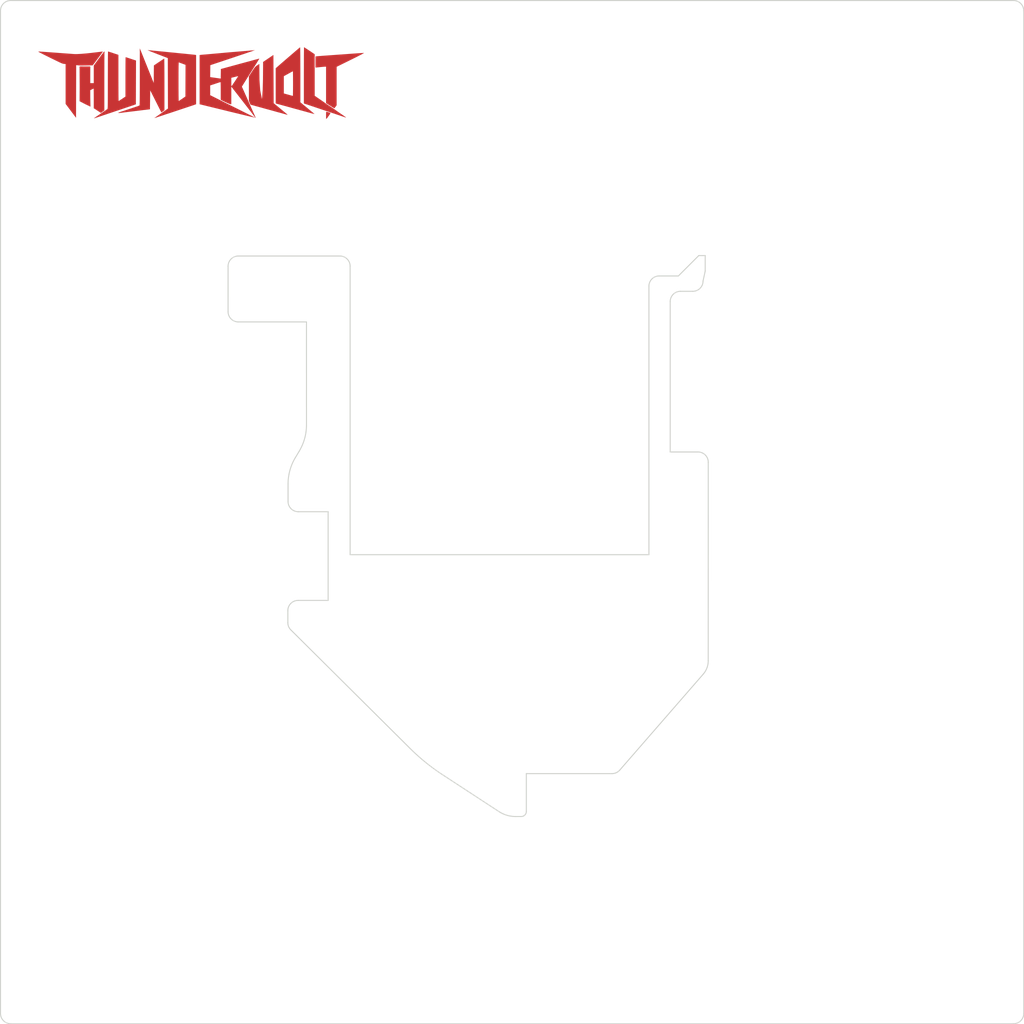
<source format=kicad_pcb>
(kicad_pcb
	(version 20240225)
	(generator "pcbnew")
	(generator_version "8.99")
	(general
		(thickness 0.6)
		(legacy_teardrops no)
	)
	(paper "A4")
	(layers
		(0 "F.Cu" signal)
		(1 "In1.Cu" signal)
		(2 "In2.Cu" signal)
		(31 "B.Cu" signal)
		(32 "B.Adhes" user "B.Adhesive")
		(33 "F.Adhes" user "F.Adhesive")
		(34 "B.Paste" user)
		(35 "F.Paste" user)
		(36 "B.SilkS" user "B.Silkscreen")
		(37 "F.SilkS" user "F.Silkscreen")
		(38 "B.Mask" user)
		(39 "F.Mask" user)
		(40 "Dwgs.User" user "User.Drawings")
		(41 "Cmts.User" user "User.Comments")
		(42 "Eco1.User" user "User.Eco1")
		(43 "Eco2.User" user "User.Eco2")
		(44 "Edge.Cuts" user)
		(45 "Margin" user)
		(46 "B.CrtYd" user "B.Courtyard")
		(47 "F.CrtYd" user "F.Courtyard")
		(48 "B.Fab" user)
		(49 "F.Fab" user)
		(50 "User.1" user)
		(51 "User.2" user)
		(52 "User.3" user)
		(53 "User.4" user)
		(54 "User.5" user)
		(55 "User.6" user)
		(56 "User.7" user)
		(57 "User.8" user)
		(58 "User.9" user)
	)
	(setup
		(stackup
			(layer "F.SilkS"
				(type "Top Silk Screen")
			)
			(layer "F.Paste"
				(type "Top Solder Paste")
			)
			(layer "F.Mask"
				(type "Top Solder Mask")
				(thickness 0.01)
			)
			(layer "F.Cu"
				(type "copper")
				(thickness 0.035)
			)
			(layer "dielectric 1"
				(type "prepreg")
				(thickness 0.1)
				(material "FR4")
				(epsilon_r 4.5)
				(loss_tangent 0.02)
			)
			(layer "In1.Cu"
				(type "copper")
				(thickness 0.035)
			)
			(layer "dielectric 2"
				(type "core")
				(thickness 0.24)
				(material "FR4")
				(epsilon_r 4.5)
				(loss_tangent 0.02)
			)
			(layer "In2.Cu"
				(type "copper")
				(thickness 0.035)
			)
			(layer "dielectric 3"
				(type "prepreg")
				(thickness 0.1)
				(material "FR4")
				(epsilon_r 4.5)
				(loss_tangent 0.02)
			)
			(layer "B.Cu"
				(type "copper")
				(thickness 0.035)
			)
			(layer "B.Mask"
				(type "Bottom Solder Mask")
				(thickness 0.01)
			)
			(layer "B.Paste"
				(type "Bottom Solder Paste")
			)
			(layer "B.SilkS"
				(type "Bottom Silk Screen")
			)
			(copper_finish "ENIG")
			(dielectric_constraints no)
		)
		(pad_to_mask_clearance 0)
		(allow_soldermask_bridges_in_footprints no)
		(aux_axis_origin 140.19547 121.12826)
		(grid_origin 162.294384 75.634618)
		(pcbplotparams
			(layerselection 0x0000080_7ffffff8)
			(plot_on_all_layers_selection 0x0000000_00000000)
			(disableapertmacros no)
			(usegerberextensions no)
			(usegerberattributes yes)
			(usegerberadvancedattributes yes)
			(creategerberjobfile yes)
			(dashed_line_dash_ratio 12.000000)
			(dashed_line_gap_ratio 3.000000)
			(svgprecision 6)
			(plotframeref no)
			(viasonmask no)
			(mode 1)
			(useauxorigin yes)
			(hpglpennumber 1)
			(hpglpenspeed 20)
			(hpglpendiameter 15.000000)
			(pdf_front_fp_property_popups yes)
			(pdf_back_fp_property_popups yes)
			(pdf_metadata yes)
			(dxfpolygonmode no)
			(dxfimperialunits no)
			(dxfusepcbnewfont yes)
			(psnegative no)
			(psa4output no)
			(plotreference no)
			(plotvalue no)
			(plotfptext no)
			(plotinvisibletext no)
			(sketchpadsonfab no)
			(subtractmaskfromsilk no)
			(outputformat 5)
			(mirror no)
			(drillshape 0)
			(scaleselection 1)
			(outputdirectory "C:/Users/mksmith/Downloads/")
		)
	)
	(net 0 "")
	(gr_poly
		(pts
			(xy 108.977024 58.311533) (xy 108.990253 60.666938) (xy 109.651712 61.212076) (xy 110.072156 61.558957)
			(xy 110.282369 61.735055) (xy 110.329437 61.777009) (xy 110.348903 61.797805) (xy 110.350885 61.802513)
			(xy 110.349086 61.804624) (xy 110.338306 61.804645) (xy 110.238774 61.779051) (xy 109.986352 61.710722)
			(xy 109.175461 61.487485) (xy 109.175461 61.487484) (xy 107.384296 60.994059) (xy 106.730838 60.815958)
			(xy 106.650077 60.633112) (xy 106.569315 60.450268) (xy 106.569315 58.040699) (xy 106.874436 57.571842)
			(xy 106.973464 57.420214) (xy 107.051394 57.303381) (xy 107.084164 57.255975) (xy 107.113722 57.214824)
			(xy 107.140753 57.179113) (xy 107.165946 57.148028) (xy 107.189987 57.120754) (xy 107.213564 57.096476)
			(xy 107.237364 57.07438) (xy 107.262074 57.053651) (xy 107.288381 57.033475) (xy 107.316973 57.013037)
			(xy 107.383759 56.968117) (xy 107.587961 56.833249) (xy 107.601191 58.373845) (xy 107.673355 59.420054)
			(xy 107.848407 60.284212) (xy 107.918152 59.39723) (xy 107.945148 58.318109) (xy 107.958377 56.637663)
			(xy 108.461084 56.296895) (xy 108.963794 55.956127)
		)
		(stroke
			(width -0.000001)
			(type solid)
		)
		(fill solid)
		(layer "F.Cu")
		(uuid "0921db91-81c2-4ffa-90bc-7cc9194e77fc")
	)
	(gr_poly
		(pts
			(xy 117.815543 55.758696) (xy 117.815498 55.761077) (xy 117.812724 55.764726) (xy 117.807212 55.769647)
			(xy 117.787947 55.78332) (xy 117.757642 55.802128) (xy 117.716236 55.826103) (xy 117.663669 55.855277)
			(xy 117.524809 55.929347) (xy 117.340576 56.024593) (xy 117.110485 56.141269) (xy 116.834051 56.279629)
			(xy 116.51079 56.439928) (xy 115.14515 57.114615) (xy 115.144139 58.994993) (xy 115.143129 60.875369)
			(xy 115.038381 61.015765) (xy 114.961857 61.117465) (xy 114.936598 61.150383) (xy 114.924971 61.164825)
			(xy 114.924 61.164935) (xy 114.921999 61.164384) (xy 114.915013 61.161363) (xy 114.904224 61.155886)
			(xy 114.889842 61.148081) (xy 114.851145 61.125988) (xy 114.800607 61.096093) (xy 114.739916 61.059406)
			(xy 114.670757 61.016936) (xy 114.594816 60.969693) (xy 114.513781 60.918686) (xy 114.513782 60.918692)
			(xy 114.513783 60.918699) (xy 114.513785 60.918705) (xy 114.513787 60.918711) (xy 114.513789 60.918718)
			(xy 114.513791 60.918724) (xy 114.513796 60.918737) (xy 114.111269 60.663935) (xy 114.111269 57.101437)
			(xy 114.01205 57.101938) (xy 113.984829 57.102835) (xy 113.94534 57.105196) (xy 113.837052 57.113663)
			(xy 113.702162 57.126058) (xy 113.555645 57.1411) (xy 113.412258 57.156143) (xy 113.285894 57.168541)
			(xy 113.190226 57.177009) (xy 113.138927 57.180261) (xy 113.079396 57.180762) (xy 113.079396 56.099213)
			(xy 113.191845 56.084741) (xy 113.324235 56.072831) (xy 113.601577 56.051102) (xy 114.428771 55.990546)
			(xy 116.651271 55.83037) (xy 117.445424 55.775801) (xy 117.701541 55.760953) (xy 117.812865 55.757579)
		)
		(stroke
			(width -0.000001)
			(type solid)
		)
		(fill solid)
		(layer "F.Cu")
		(uuid "27889753-54b1-4bec-a42e-99ee2a25e4f8")
	)
	(gr_poly
		(pts
			(xy 92.294384 55.634618) (xy 92.264884 55.678051) (xy 92.156046 55.829858) (xy 91.819188 56.286893)
			(xy 91.476136 56.745921) (xy 91.310142 56.963867) (xy 91.260184 56.967727) (xy 91.131825 56.972822)
			(xy 90.733413 56.983395) (xy 90.301917 56.988948) (xy 90.132203 56.987766) (xy 90.024348 56.98284)
			(xy 89.689152 56.948535) (xy 89.682411 59.523473) (xy 89.67567 62.098408) (xy 89.166347 61.418624)
			(xy 88.657024 60.738836) (xy 88.657024 56.839559) (xy 88.491216 56.826248) (xy 88.463009 56.823372)
			(xy 88.433984 56.818853) (xy 88.402681 56.812043) (xy 88.367636 56.802296) (xy 88.327389 56.788965)
			(xy 88.280477 56.771403) (xy 88.225439 56.748962) (xy 88.160813 56.720996) (xy 88.085136 56.686857)
			(xy 87.996948 56.645899) (xy 87.894786 56.597474) (xy 87.777188 56.540935) (xy 87.489838 56.400927)
			(xy 87.123204 56.220699) (xy 86.584854 55.953162) (xy 86.222783 55.767569) (xy 86.104663 55.703817)
			(xy 86.026784 55.65853) (xy 85.987872 55.631034) (xy 85.98263 55.623748) (xy 85.98665 55.620656)
			(xy 86.022235 55.620757) (xy 86.098726 55.624074) (xy 86.355349 55.639146) (xy 86.718363 55.663447)
			(xy 87.149608 55.694553) (xy 89.472673 55.86537) (xy 89.615504 55.870609) (xy 89.787647 55.868588)
			(xy 90.198641 55.846624) (xy 90.663198 55.80719) (xy 91.138861 55.757998) (xy 92.303453 55.617896)
		)
		(stroke
			(width -0.000001)
			(type solid)
		)
		(fill solid)
		(layer "F.Cu")
		(uuid "2e8c22d3-41bb-409c-b8fe-4fdad150cebd")
	)
	(gr_poly
		(pts
			(xy 92.817598 55.618596) (xy 92.85024 55.628239) (xy 92.963055 55.663654) (xy 93.125137 55.716069)
			(xy 93.319557 55.780075) (xy 93.816395 55.944919) (xy 93.816395 58.201013) (xy 93.822224 59.794394)
			(xy 93.828533 60.279117) (xy 93.836238 60.457156) (xy 93.83994 60.456033) (xy 93.846839 60.452729)
			(xy 93.869517 60.440026) (xy 93.902861 60.419936) (xy 93.94546 60.393351) (xy 93.995904 60.361162)
			(xy 94.052782 60.32426) (xy 94.114683 60.283536) (xy 94.180195 60.239882) (xy 94.50431 60.02256)
			(xy 94.50431 58.096709) (xy 94.509919 56.736576) (xy 94.515991 56.322819) (xy 94.523408 56.170857)
			(xy 94.537388 56.174223) (xy 94.57004 56.183869) (xy 94.682888 56.219295) (xy 94.84502 56.271726)
			(xy 95.0395 56.335752) (xy 95.536494 56.500646) (xy 95.529725 58.641502) (xy 95.522956 60.782356)
			(xy 93.498893 61.464974) (xy 92.062016 61.947491) (xy 91.449696 62.149015) (xy 91.448255 62.149073)
			(xy 91.446906 62.149078) (xy 91.44565 62.14903) (xy 91.444487 62.148931) (xy 91.443418 62.148779)
			(xy 91.442441 62.148577) (xy 91.441557 62.148324) (xy 91.440766 62.14802) (xy 91.440069 62.147667)
			(xy 91.439464 62.147264) (xy 91.438953 62.146812) (xy 91.438534 62.146312) (xy 91.438208 62.145763)
			(xy 91.437976 62.145166) (xy 91.437836 62.144523) (xy 91.43779 62.143832) (xy 91.437836 62.143095)
			(xy 91.437976 62.142311) (xy 91.438208 62.141483) (xy 91.438534 62.140608) (xy 91.438953 62.13969)
			(xy 91.439464 62.138726) (xy 91.440069 62.137719) (xy 91.440766 62.136669) (xy 91.441557 62.135575)
			(xy 91.442441 62.134439) (xy 91.443418 62.13326) (xy 91.444487 62.13204) (xy 91.44565 62.130778)
			(xy 91.446906 62.129476) (xy 91.448255 62.128133) (xy 91.449696 62.126749) (xy 91.449699 62.126747)
			(xy 91.467169 62.11357) (xy 91.507477 62.085003) (xy 91.646211 61.988858) (xy 91.845108 61.852622)
			(xy 92.083376 61.690606) (xy 92.52676 61.388616) (xy 92.672223 61.288426) (xy 92.738218 61.241744)
			(xy 92.742185 61.238072) (xy 92.745919 61.233198) (xy 92.749428 61.226693) (xy 92.752719 61.218131)
			(xy 92.755798 61.207086) (xy 92.758673 61.19313) (xy 92.76135 61.175836) (xy 92.763836 61.154779)
			(xy 92.76614 61.12953) (xy 92.768266 61.099663) (xy 92.770223 61.064751) (xy 92.772018 61.024368)
			(xy 92.775147 60.925479) (xy 92.77771 60.79958) (xy 92.779762 60.643258) (xy 92.781359 60.453097)
			(xy 92.782558 60.225682) (xy 92.783413 59.957598) (xy 92.784317 59.285767) (xy 92.78452 58.410283)
			(xy 92.790132 56.436278) (xy 92.796206 55.835779) (xy 92.80362 55.615232)
		)
		(stroke
			(width -0.000001)
			(type solid)
		)
		(fill solid)
		(layer "F.Cu")
		(uuid "45488471-ab4c-40c7-b95c-299800e8b8a9")
	)
	(gr_poly
		(pts
			(xy 96.74046 55.488623) (xy 96.892347 55.502234) (xy 97.361817 55.547638) (xy 99.650461 55.773826)
			(xy 100.826493 55.891553) (xy 101.197855 55.930202) (xy 101.350409 55.947768) (xy 101.409941 55.960223)
			(xy 101.409941 60.770781) (xy 101.271035 60.822561) (xy 99.324395 61.472276) (xy 97.388275 62.109976)
			(xy 97.36734 62.115879) (xy 97.35905 62.118096) (xy 97.352189 62.119788) (xy 97.34674 62.12093) (xy 97.342685 62.121494)
			(xy 97.341175 62.121551) (xy 97.340007 62.121454) (xy 97.33918 62.121199) (xy 97.33869 62.120783)
			(xy 97.338535 62.120204) (xy 97.338715 62.119456) (xy 97.339225 62.118538) (xy 97.340065 62.117446)
			(xy 97.341233 62.116177) (xy 97.342725 62.114727) (xy 97.346675 62.111271) (xy 97.3519 62.107054)
			(xy 97.358381 62.102048) (xy 97.375046 62.089564) (xy 97.837822 61.764384) (xy 98.473945 61.322014)
			(xy 98.658533 61.194734) (xy 98.651815 58.729304) (xy 98.651357 58.562492) (xy 99.690149 58.562492)
			(xy 99.691715 59.298054) (xy 99.695979 59.900269) (xy 99.702289 60.307003) (xy 99.706007 60.417649)
			(xy 99.707972 60.446393) (xy 99.709993 60.456123) (xy 99.713662 60.454889) (xy 99.720459 60.45145)
			(xy 99.742751 60.43841) (xy 99.817273 60.390858) (xy 99.922492 60.320722) (xy 100.047336 60.235258)
			(xy 100.364836 60.015375) (xy 100.371245 58.470146) (xy 100.377652 56.924918) (xy 100.066974 56.808956)
			(xy 99.723223 56.680437) (xy 99.718522 56.683399) (xy 99.71426 56.696726) (xy 99.706973 56.758698)
			(xy 99.696835 57.053449) (xy 99.691623 57.632208) (xy 99.690149 58.562492) (xy 98.651357 58.562492)
			(xy 98.645046 56.263873) (xy 98.354004 56.152511) (xy 97.692851 55.897496) (xy 97.150999 55.68456)
			(xy 96.944241 55.601601) (xy 96.790624 55.538438) (xy 96.69792 55.498164) (xy 96.676839 55.487576)
			(xy 96.673041 55.484838) (xy 96.6739 55.483869)
		)
		(stroke
			(width -0.000001)
			(type solid)
		)
		(fill solid)
		(layer "F.Cu")
		(uuid "4a63cda5-681b-48ad-b7ea-f8a34c16fafb")
	)
	(gr_poly
		(pts
			(xy 92.438795 55.616096) (xy 92.44073 55.616191) (xy 92.442581 55.61638) (xy 92.444346 55.616661)
			(xy 92.446024 55.617033) (xy 92.447616 55.617495) (xy 92.449121 55.618045) (xy 92.450537 55.618683)
			(xy 92.451866 55.619407) (xy 92.453105 55.620215) (xy 92.454254 55.621108) (xy 92.455313 55.622083)
			(xy 92.456281 55.62314) (xy 92.457157 55.624277) (xy 92.457942 55.625493) (xy 92.458633 55.626786)
			(xy 92.459232 55.628156) (xy 92.459737 55.629602) (xy 92.460147 55.631121) (xy 92.460462 55.632714)
			(xy 92.460682 55.634379) (xy 92.460805 55.636114) (xy 92.460831 55.637918) (xy 92.460761 55.639791)
			(xy 92.460592 55.64173) (xy 92.460324 55.643736) (xy 92.459958 55.645806) (xy 92.459492 55.647939)
			(xy 92.458925 55.650134) (xy 92.458258 55.652391) (xy 92.457488 55.654707) (xy 92.456617 55.657082)
			(xy 92.453392 55.723477) (xy 92.450383 55.897514) (xy 92.445276 56.521219) (xy 92.440556 58.540054)
			(xy 92.440556 61.381174) (xy 92.28326 61.487994) (xy 92.251296 61.510524) (xy 92.220816 61.533362)
			(xy 92.192609 61.555475) (xy 92.16746 61.575827) (xy 92.129493 61.60711) (xy 92.118251 61.615973)
			(xy 92.114909 61.618257) (xy 92.113219 61.618938) (xy 92.104643 61.614175) (xy 92.083153 61.601068)
			(xy 92.050111 61.580375) (xy 92.006878 61.552855) (xy 91.954815 61.519266) (xy 91.895283 61.480368)
			(xy 91.829643 61.43692) (xy 91.759257 61.389679) (xy 91.759257 61.389674) (xy 91.408693 61.16202)
			(xy 91.408693 60.178804) (xy 91.40759 59.814293) (xy 91.404586 59.515789) (xy 91.40014 59.314098)
			(xy 91.397519 59.259183) (xy 91.39471 59.240022) (xy 91.392466 59.240436) (xy 91.388676 59.24165)
			(xy 91.376814 59.246316) (xy 91.359828 59.253692) (xy 91.338423 59.263451) (xy 91.313306 59.275266)
			(xy 91.285182 59.288811) (xy 91.254755 59.303757) (xy 91.222731 59.319778) (xy 91.064735 59.399535)
			(xy 91.064735 60.08707) (xy 91.083446 61.008466) (xy 90.553474 60.755897) (xy 90.023506 60.475264)
			(xy 90.032857 59.054814) (xy 90.021162 57.073099) (xy 90.565163 57.077779) (xy 91.069408 57.077773)
			(xy 91.064726 58.022936) (xy 91.064726 58.710854) (xy 91.408684 58.710854) (xy 91.408684 56.989848)
			(xy 91.904777 56.303404) (xy 92.100234 56.036802) (xy 92.26569 55.818348) (xy 92.331713 55.734225)
			(xy 92.383689 55.670595) (xy 92.419437 55.630279) (xy 92.430543 55.619744) (xy 92.436775 55.616095)
		)
		(stroke
			(width -0.000001)
			(type solid)
		)
		(fill solid)
		(layer "F.Cu")
		(uuid "4dc251c7-0ca4-4a2e-9461-94c514e27aaa")
	)
	(gr_poly
		(pts
			(xy 111.573764 55.20083) (xy 111.583553 55.393159) (xy 111.591216 55.94143) (xy 111.598204 57.886351)
			(xy 111.598705 60.580708) (xy 112.286156 61.147392) (xy 112.55307 61.368112) (xy 112.771641 61.550185)
			(xy 112.919321 61.674729) (xy 112.959529 61.709526) (xy 112.969992 61.719024) (xy 112.973558 61.722861)
			(xy 112.969895 61.726868) (xy 112.94458 61.72366) (xy 112.743046 61.672604) (xy 111.134705 61.231004)
			(xy 109.262778 60.716824) (xy 109.190018 60.698737) (xy 109.190018 59.718796) (xy 109.983768 59.718796)
			(xy 110.096216 59.748717) (xy 110.268898 59.795793) (xy 110.526163 59.866952) (xy 110.651008 59.901394)
			(xy 110.756227 59.929881) (xy 110.83075 59.949446) (xy 110.853041 59.954958) (xy 110.863507 59.957127)
			(xy 110.867493 59.932921) (xy 110.871212 59.86284) (xy 110.877521 59.604774) (xy 110.881784 59.222373)
			(xy 110.88335 58.755081) (xy 110.882008 58.287648) (xy 110.878356 57.90486) (xy 110.875837 57.757552)
			(xy 110.87295 57.646219) (xy 110.869764 57.575799) (xy 110.86808 57.557473) (xy 110.866349 57.551229)
			(xy 110.854103 57.556132) (xy 110.8256 57.570186) (xy 110.727212 57.621804) (xy 110.585945 57.698195)
			(xy 110.416559 57.791472) (xy 109.983768 58.031664) (xy 109.983768 59.718796) (xy 109.190018 59.718796)
			(xy 109.190018 57.257654) (xy 109.262778 57.19001) (xy 109.688185 56.817629) (xy 110.46984 56.142747)
			(xy 111.225706 55.494201) (xy 111.573749 55.200829)
		)
		(stroke
			(width -0.000001)
			(type solid)
		)
		(fill solid)
		(layer "F.Cu")
		(uuid "62ad7511-907e-4eca-86c8-dea143354d3b")
	)
	(gr_poly
		(pts
			(xy 106.538227 55.702136) (xy 104.995044 56.221447) (xy 102.799002 56.955769) (xy 102.791872 57.537852)
			(xy 102.784792 58.119936) (xy 103.201976 58.178588) (xy 103.525609 58.224513) (xy 103.71781 58.252485)
			(xy 103.816408 58.267627) (xy 103.823644 57.79763) (xy 103.830878 57.327581) (xy 105.707766 56.815881)
			(xy 107.034669 56.456289) (xy 107.439387 56.348291) (xy 107.589305 56.310279) (xy 107.569509 56.34755)
			(xy 107.511488 56.445073) (xy 107.313878 56.767386) (xy 107.062675 57.170248) (xy 106.82408 57.546689)
			(xy 106.576713 57.938015) (xy 106.256208 58.451594) (xy 105.883622 59.05223) (xy 106.229699 59.827428)
			(xy 106.495675 60.425429) (xy 106.649207 60.774605) (xy 106.772569 61.055394) (xy 106.965984 61.48898)
			(xy 107.141167 61.880092) (xy 107.220697 62.058765) (xy 107.22122 62.060171) (xy 107.221615 62.061565)
			(xy 107.221884 62.062945) (xy 107.222029 62.064309) (xy 107.222053 62.065654) (xy 107.221958 62.066979)
			(xy 107.221746 62.068281) (xy 107.221419 62.06956) (xy 107.22098 62.070814) (xy 107.220432 62.072039)
			(xy 107.219775 62.073235) (xy 107.219013 62.074399) (xy 107.218148 62.07553) (xy 107.217182 62.076626)
			(xy 107.216118 62.077685) (xy 107.214957 62.078704) (xy 107.213702 62.079683) (xy 107.212356 62.080619)
			(xy 107.210919 62.08151) (xy 107.209396 62.082355) (xy 107.206097 62.083897) (xy 107.202476 62.085229)
			(xy 107.198552 62.086338) (xy 107.194343 62.087208) (xy 107.189867 62.087823) (xy 107.185143 62.088168)
			(xy 106.378646 61.900581) (xy 104.505565 61.44676) (xy 101.81343 60.788454) (xy 101.753899 60.773572)
			(xy 101.753899 58.934717) (xy 102.785776 58.934717) (xy 102.78629 59.411484) (xy 102.786756 59.888251)
			(xy 104.96249 60.978159) (xy 106.504927 61.74834) (xy 106.978681 61.982977) (xy 107.158066 62.069565)
			(xy 107.159083 62.069621) (xy 107.160088 62.069639) (xy 107.161078 62.069621) (xy 107.162052 62.069567)
			(xy 107.16301 62.069478) (xy 107.16395 62.069355) (xy 107.164871 62.069198) (xy 107.165771 62.069008)
			(xy 107.16665 62.068787) (xy 107.167505 62.068534) (xy 107.168336 62.068251) (xy 107.169141 62.067939)
			(xy 107.16992 62.067598) (xy 107.17067 62.06723) (xy 107.171391 62.066834) (xy 107.172081 62.066412)
			(xy 107.172739 62.065965) (xy 107.173364 62.065493) (xy 107.173955 62.064997) (xy 107.174509 62.064478)
			(xy 107.175027 62.063937) (xy 107.175506 62.063374) (xy 107.175946 62.062791) (xy 107.176344 62.062188)
			(xy 107.176701 62.061567) (xy 107.177014 62.060926) (xy 107.177283 62.060269) (xy 107.177505 62.059595)
			(xy 107.17768 62.058905) (xy 107.177807 62.0582) (xy 107.177884 62.057481) (xy 107.17791 62.056749)
			(xy 107.177857 62.056749) (xy 107.085997 61.933095) (xy 106.835883 61.607006) (xy 106.013691 60.545834)
			(xy 104.849524 59.049233) (xy 104.849524 60.774605) (xy 104.784464 60.774605) (xy 104.775495 60.773486)
			(xy 104.762189 60.770202) (xy 104.72362 60.757582) (xy 104.670872 60.73763) (xy 104.606062 60.711231)
			(xy 104.531307 60.679269) (xy 104.448721 60.64263) (xy 104.360422 60.602197) (xy 104.268526 60.558856)
			(xy 103.817649 60.343107) (xy 103.817649 59.474065) (xy 103.816139 59.136633) (xy 103.81437 58.989049)
			(xy 103.81203 58.860305) (xy 103.809197 58.753966) (xy 103.80595 58.673595) (xy 103.802368 58.622759)
			(xy 103.801058 58.6136) (xy 104.849524 58.6136) (xy 104.849974 58.701533) (xy 104.851274 58.781229)
			(xy 104.853347 58.851392) (xy 104.856119 58.910723) (xy 104.857743 58.935922) (xy 104.859513 58.957926)
			(xy 104.86142 58.976573) (xy 104.863455 58.991701) (xy 104.865607 59.003149) (xy 104.867867 59.010753)
			(xy 104.869035 59.013063) (xy 104.870226 59.014351) (xy 104.87144 59.014598) (xy 104.872675 59.013782)
			(xy 104.907002 58.965925) (xy 104.983363 58.854199) (xy 105.216996 58.505803) (xy 105.281221 58.408806)
			(xy 105.34057 58.318316) (xy 105.393786 58.236314) (xy 105.439611 58.16478) (xy 105.476788 58.105695)
			(xy 105.504058 58.06104) (xy 105.520165 58.032794) (xy 105.523639 58.025444) (xy 105.524162 58.02357)
			(xy 105.52385 58.022939) (xy 105.492272 58.029457) (xy 105.416841 58.047207) (xy 105.179581 58.10557)
			(xy 104.849524 58.188252) (xy 104.849524 58.6136) (xy 103.801058 58.6136) (xy 103.800476 58.609531)
			(xy 103.799509 58.606158) (xy 103.798529 58.605022) (xy 103.784552 58.608387) (xy 103.75191 58.61803)
			(xy 103.639095 58.653447) (xy 103.282593 58.76987) (xy 102.785776 58.934717) (xy 101.753899 58.934717)
			(xy 101.753899 55.961566) (xy 101.839888 55.947924) (xy 104.524184 55.709099) (xy 107.164627 55.484748)
		)
		(stroke
			(width -0.000001)
			(type solid)
		)
		(fill solid)
		(layer "F.Cu")
		(uuid "762fa21c-5696-481c-bf65-99e708c8b625")
	)
	(gr_poly
		(pts
			(xy 114.145736 61.501085) (xy 114.156141 61.504689) (xy 114.172579 61.509884) (xy 114.220188 61.52407)
			(xy 114.281834 61.541684) (xy 114.350789 61.560766) (xy 114.385519 61.570507) (xy 114.418814 61.580386)
			(xy 114.44988 61.590131) (xy 114.477925 61.599468) (xy 114.502157 61.608125) (xy 114.521783 61.615828)
			(xy 114.536011 61.622305) (xy 114.540853 61.624999) (xy 114.544048 61.627283) (xy 114.544767 61.629955)
			(xy 114.543696 61.634972) (xy 114.536553 61.651513) (xy 114.52335 61.675847) (xy 114.504821 61.706916)
			(xy 114.454717 61.785025) (xy 114.392103 61.877373) (xy 114.322841 61.975493) (xy 114.252796 62.070915)
			(xy 114.187829 62.155174) (xy 114.159082 62.19047) (xy 114.133803 62.2198) (xy 114.132637 62.220613)
			(xy 114.131486 62.220446) (xy 114.130353 62.21932) (xy 114.129239 62.217257) (xy 114.127073 62.210406)
			(xy 114.124998 62.200065) (xy 114.123027 62.186406) (xy 114.121169 62.169601) (xy 114.119436 62.149823)
			(xy 114.117839 62.127242) (xy 114.115097 62.074366) (xy 114.113029 62.012348) (xy 114.111724 61.942566)
			(xy 114.111269 61.866397) (xy 114.111629 61.764101) (xy 114.112812 61.681227) (xy 114.114969 61.616154)
			(xy 114.118255 61.567262) (xy 114.120369 61.548377) (xy 114.122822 61.532929) (xy 114.125633 61.520716)
			(xy 114.128822 61.511536) (xy 114.132408 61.505185) (xy 114.136409 61.501461) (xy 114.140845 61.500162)
		)
		(stroke
			(width -0.000001)
			(type solid)
		)
		(fill solid)
		(layer "F.Cu")
		(uuid "a682cef3-28ea-46ea-ad99-7b3299a39449")
	)
	(gr_poly
		(pts
			(xy 96.589137 57.004292) (xy 97.269212 58.697626) (xy 97.277211 57.837731) (xy 97.285209 56.977835)
			(xy 97.776982 56.647106) (xy 98.130988 56.410937) (xy 98.243886 56.337077) (xy 98.291536 56.307556)
			(xy 98.293874 56.319634) (xy 98.296144 56.356873) (xy 98.300428 56.501888) (xy 98.307668 57.039387)
			(xy 98.312537 57.8408) (xy 98.31432 58.826878) (xy 98.31432 61.355019) (xy 98.166743 61.46404) (xy 98.13693 61.485757)
			(xy 98.108791 61.505663) (xy 98.082966 61.523348) (xy 98.060094 61.538402) (xy 98.040814 61.550413)
			(xy 98.025765 61.558973) (xy 98.020027 61.56183) (xy 98.015587 61.56367) (xy 98.012523 61.564442)
			(xy 98.011533 61.564411) (xy 98.010917 61.564094) (xy 97.965205 61.47606) (xy 97.846844 61.242989)
			(xy 97.463963 60.483562) (xy 96.925257 59.412) (xy 96.912028 60.337843) (xy 96.898799 61.263686)
			(xy 95.443589 61.440535) (xy 93.914454 61.628145) (xy 93.906847 61.629118) (xy 93.899304 61.629821)
			(xy 93.89187 61.630261) (xy 93.88459 61.630446) (xy 93.87751 61.63038) (xy 93.870675 61.630072) (xy 93.864131 61.629528)
			(xy 93.857923 61.628754) (xy 93.852097 61.627757) (xy 93.846698 61.626544) (xy 93.841771 61.625122)
			(xy 93.837362 61.623496) (xy 93.833517 61.621675) (xy 93.830281 61.619664) (xy 93.827698 61.61747)
			(xy 93.826667 61.616307) (xy 93.825816 61.6151) (xy 93.825813 61.6151) (xy 93.824362 61.612647) (xy 93.823047 61.61021)
			(xy 93.821869 61.607803) (xy 93.820832 61.60544) (xy 93.819938 61.603138) (xy 93.81919 61.60091)
			(xy 93.818591 61.598772) (xy 93.818144 61.596738) (xy 93.817851 61.594824) (xy 93.817716 61.593044)
			(xy 93.81774 61.591414) (xy 93.817928 61.589948) (xy 93.818083 61.589281) (xy 93.818281 61.58866)
			(xy 93.81852 61.588089) (xy 93.818802 61.587567) (xy 93.819127 61.587098) (xy 93.819495 61.586683)
			(xy 93.819907 61.586324) (xy 93.820362 61.586023) (xy 94.122249 61.48546) (xy 94.835044 61.251083)
			(xy 95.554835 61.011283) (xy 95.781359 60.932911) (xy 95.846369 60.90918) (xy 95.873533 60.897685)
			(xy 95.875924 60.894218) (xy 95.878207 60.887199) (xy 95.882457 60.861754) (xy 95.886302 60.819847)
			(xy 95.889762 60.759973) (xy 95.895594 60.580306) (xy 95.900103 60.310718) (xy 95.903433 59.939175)
			(xy 95.905734 59.453641) (xy 95.907835 58.092459) (xy 95.909065 55.310959)
		)
		(stroke
			(width -0.000001)
			(type solid)
		)
		(fill solid)
		(layer "F.Cu")
		(uuid "ebeb78b4-3936-40ce-a8f4-a3bc8ac7a6e3")
	)
	(gr_poly
		(pts
			(xy 111.959479 55.198224) (xy 111.968684 55.203464) (xy 112.001407 55.223604) (xy 112.11651 55.297572)
			(xy 112.283353 55.407045) (xy 112.484575 55.540726) (xy 113.000017 55.885015) (xy 113.000316 57.915363)
			(xy 113.000615 59.945709) (xy 113.519927 60.301699) (xy 113.724037 60.442396) (xy 113.895894 60.562322)
			(xy 114.017428 60.648767) (xy 114.053677 60.675463) (xy 114.070571 60.689024) (xy 114.075744 60.693479)
			(xy 114.084659 60.700289) (xy 114.112868 60.720408) (xy 114.153503 60.748253) (xy 114.20487 60.782696)
			(xy 114.33302 60.86687) (xy 114.48376 60.96391) (xy 114.636204 61.06219) (xy 114.768992 61.149743)
			(xy 114.867857 61.217034) (xy 114.900111 61.240101) (xy 114.918535 61.254526) (xy 114.939966 61.271418)
			(xy 114.980837 61.301554) (xy 115.111351 61.394811) (xy 115.290978 61.520795) (xy 115.500618 61.666003)
			(xy 115.830002 61.893454) (xy 115.933566 61.965924) (xy 116.003539 62.016159) (xy 116.04529 62.048108)
			(xy 116.064191 62.065721) (xy 116.066751 62.070387) (xy 116.065611 62.07295) (xy 116.061444 62.073904)
			(xy 116.054921 62.073744) (xy 116.032862 62.067576) (xy 115.979398 62.05062) (xy 115.792347 61.989029)
			(xy 115.521938 61.89835) (xy 115.196346 61.787961) (xy 115.196059 61.787961) (xy 114.571313 61.576181)
			(xy 114.23962 61.465706) (xy 113.833308 61.331119) (xy 113.029152 61.061368) (xy 111.941683 60.695362)
			(xy 111.941683 57.945902) (xy 111.945716 56.004092) (xy 111.955407 55.196437)
		)
		(stroke
			(width -0.000001)
			(type solid)
		)
		(fill solid)
		(layer "F.Cu")
		(uuid "f19f1595-083e-4462-9381-46d1ca862eb8")
	)
	(gr_line
		(start 181.294384 50.634618)
		(end 83.294384 50.634618)
		(stroke
			(width 0.1)
			(type default)
		)
		(layer "Edge.Cuts")
		(uuid "009759f6-f2fa-43c9-81d5-e6bd0927a815")
	)
	(gr_line
		(start 110.667717 112.144154)
		(end 122.330519 123.73714)
		(stroke
			(width 0.1)
			(type default)
		)
		(layer "Edge.Cuts")
		(uuid "0da46bea-fb85-44f8-a2bf-d3c84c02842a")
	)
	(gr_line
		(start 82.294384 51.634618)
		(end 82.294384 149.634618)
		(stroke
			(width 0.1)
			(type default)
		)
		(layer "Edge.Cuts")
		(uuid "0f2328dc-1c9f-4a6b-bc48-ac393c1fd5b4")
	)
	(gr_line
		(start 114.31484 100.595046)
		(end 111.397342 100.595046)
		(stroke
			(width 0.1)
			(type solid)
		)
		(layer "Edge.Cuts")
		(uuid "11ffdadc-17ba-46c1-a38f-0630af4df5e2")
	)
	(gr_line
		(start 133.684324 126.189816)
		(end 133.684324 129.884701)
		(stroke
			(width 0.1)
			(type solid)
		)
		(layer "Edge.Cuts")
		(uuid "1d620c9c-ed31-42f8-b35b-cab529383d3d")
	)
	(gr_arc
		(start 110.374824 110.264037)
		(mid 110.667583 109.556729)
		(end 111.374824 109.263807)
		(stroke
			(width 0.1)
			(type default)
		)
		(layer "Edge.Cuts")
		(uuid "2197e679-e078-4481-b7e6-c20fbddaffb1")
	)
	(gr_arc
		(start 82.294384 51.634618)
		(mid 82.587277 50.927511)
		(end 83.294384 50.634618)
		(stroke
			(width 0.1)
			(type default)
		)
		(layer "Edge.Cuts")
		(uuid "2fb235f8-a32c-480e-8026-fc8189d06dcb")
	)
	(gr_arc
		(start 132.638862 130.384501)
		(mid 131.783107 130.259537)
		(end 130.998552 129.895658)
		(stroke
			(width 0.1)
			(type default)
		)
		(layer "Edge.Cuts")
		(uuid "3c200cef-7ecf-450c-85f6-500201850adb")
	)
	(gr_line
		(start 111.109878 95.307624)
		(end 111.484655 94.682995)
		(stroke
			(width 0.1)
			(type default)
		)
		(layer "Edge.Cuts")
		(uuid "42c0e7f1-06e2-45ad-b56a-75b75658bf4b")
	)
	(gr_line
		(start 133.684324 126.189816)
		(end 142.059527 126.189816)
		(stroke
			(width 0.1)
			(type solid)
		)
		(layer "Edge.Cuts")
		(uuid "43e1613a-f4fe-43f4-8d9d-67da6c07c46a")
	)
	(gr_line
		(start 105.535059 82.04567)
		(end 112.196088 82.04567)
		(stroke
			(width 0.1)
			(type solid)
		)
		(layer "Edge.Cuts")
		(uuid "448fc533-599b-4db6-bd14-6093a113492f")
	)
	(gr_line
		(start 145.663772 104.79356)
		(end 145.663772 78.554597)
		(stroke
			(width 0.1)
			(type solid)
		)
		(layer "Edge.Cuts")
		(uuid "48922857-c09f-4f3c-bb71-bfd7eed30402")
	)
	(gr_arc
		(start 150.464157 94.756704)
		(mid 151.17126 95.049602)
		(end 151.464157 95.756704)
		(stroke
			(width 0.1)
			(type default)
		)
		(layer "Edge.Cuts")
		(uuid "49079dfa-dec0-4a23-87a3-c862f74d6258")
	)
	(gr_arc
		(start 110.667717 112.144154)
		(mid 110.450919 111.819737)
		(end 110.374824 111.437047)
		(stroke
			(width 0.1)
			(type default)
		)
		(layer "Edge.Cuts")
		(uuid "4a8bca54-d548-44e1-90bf-79c6a5e22fb4")
	)
	(gr_arc
		(start 145.663772 78.554597)
		(mid 145.9567 77.847514)
		(end 146.663772 77.554597)
		(stroke
			(width 0.1)
			(type default)
		)
		(layer "Edge.Cuts")
		(uuid "4b149c96-e7da-42ec-a6c8-5aec96f995bc")
	)
	(gr_line
		(start 110.397342 99.595183)
		(end 110.397342 97.880103)
		(stroke
			(width 0.1)
			(type default)
		)
		(layer "Edge.Cuts")
		(uuid "4b17874e-8c85-49ef-9768-f3218c1c66ac")
	)
	(gr_arc
		(start 104.534449 76.605457)
		(mid 104.827325 75.898297)
		(end 105.534449 75.60532)
		(stroke
			(width 0.1)
			(type default)
		)
		(layer "Edge.Cuts")
		(uuid "5208a9c9-8b79-4a67-9c0d-2c926b6e745b")
	)
	(gr_line
		(start 110.374824 110.264037)
		(end 110.374824 111.437047)
		(stroke
			(width 0.1)
			(type solid)
		)
		(layer "Edge.Cuts")
		(uuid "59cb01bc-3851-48a9-84d8-793a87be3084")
	)
	(gr_line
		(start 146.663772 77.554597)
		(end 148.541046 77.554597)
		(stroke
			(width 0.1)
			(type solid)
		)
		(layer "Edge.Cuts")
		(uuid "5c333e3c-9a84-4412-a103-e956495c7af8")
	)
	(gr_arc
		(start 83.294384 150.634618)
		(mid 82.587281 150.34172)
		(end 82.294384 149.634618)
		(stroke
			(width 0.1)
			(type default)
		)
		(layer "Edge.Cuts")
		(uuid "5d977a1f-fbe0-4a7f-b9c0-65d6c5830714")
	)
	(gr_line
		(start 151.165936 77.062617)
		(end 151.165936 75.562617)
		(stroke
			(width 0.1)
			(type solid)
		)
		(layer "Edge.Cuts")
		(uuid "640adf7e-a300-4f07-817b-65913ab8ad85")
	)
	(gr_line
		(start 147.74484 80.054597)
		(end 147.74484 94.756704)
		(stroke
			(width 0.1)
			(type solid)
		)
		(layer "Edge.Cuts")
		(uuid "6668e69f-9432-45eb-a2a3-5a982024f7c7")
	)
	(gr_line
		(start 148.541046 77.554597)
		(end 150.533606 75.562617)
		(stroke
			(width 0.1)
			(type solid)
		)
		(layer "Edge.Cuts")
		(uuid "71d69857-402b-4e9e-bb32-9d7e7c4a2c16")
	)
	(gr_arc
		(start 182.294384 149.634618)
		(mid 182.001483 150.341707)
		(end 181.294384 150.634618)
		(stroke
			(width 0.1)
			(type default)
		)
		(layer "Edge.Cuts")
		(uuid "7b527845-e431-4c26-8977-4b2da5c923ec")
	)
	(gr_line
		(start 151.165936 77.062617)
		(end 150.952715 78.054597)
		(stroke
			(width 0.1)
			(type solid)
		)
		(layer "Edge.Cuts")
		(uuid "7b7ed066-8436-4ad8-9c55-457283261642")
	)
	(gr_line
		(start 116.463772 104.79356)
		(end 145.663772 104.79356)
		(stroke
			(width 0.1)
			(type solid)
		)
		(layer "Edge.Cuts")
		(uuid "80b1fa0a-4b63-4593-a009-cf6034215fe9")
	)
	(gr_line
		(start 151.165936 75.562617)
		(end 150.533606 75.562617)
		(stroke
			(width 0.1)
			(type solid)
		)
		(layer "Edge.Cuts")
		(uuid "83225fd7-c1ab-43bc-ab71-ef61825e7e5f")
	)
	(gr_line
		(start 142.813975 125.846176)
		(end 150.970379 116.470853)
		(stroke
			(width 0.1)
			(type solid)
		)
		(layer "Edge.Cuts")
		(uuid "860cf719-0b6d-46fc-8551-252a3f897dcc")
	)
	(gr_line
		(start 182.294384 149.634618)
		(end 182.294384 51.634618)
		(stroke
			(width 0.1)
			(type default)
		)
		(layer "Edge.Cuts")
		(uuid "880dbf4c-decf-47b0-997e-5a50a8d4110a")
	)
	(gr_arc
		(start 105.535059 82.04567)
		(mid 104.828008 81.752829)
		(end 104.535057 81.045807)
		(stroke
			(width 0.1)
			(type default)
		)
		(layer "Edge.Cuts")
		(uuid "89352e9c-d487-4ad7-b929-d941cdd84d99")
	)
	(gr_arc
		(start 133.684324 129.884701)
		(mid 133.538694 130.237453)
		(end 133.186615 130.384695)
		(stroke
			(width 0.1)
			(type default)
		)
		(layer "Edge.Cuts")
		(uuid "8b52341c-0fea-4888-9332-43c4e7733931")
	)
	(gr_line
		(start 133.186615 130.384695)
		(end 132.638862 130.384501)
		(stroke
			(width 0.1)
			(type default)
		)
		(layer "Edge.Cuts")
		(uuid "8f16bf0a-eb9b-4e63-a001-2ee9adf09861")
	)
	(gr_arc
		(start 125.531489 126.322214)
		(mid 123.864353 125.112208)
		(end 122.330519 123.73714)
		(stroke
			(width 0.1)
			(type default)
		)
		(layer "Edge.Cuts")
		(uuid "91347f70-2823-44ca-acae-786c9ec23003")
	)
	(gr_arc
		(start 147.74484 80.054597)
		(mid 148.037772 79.347538)
		(end 148.74484 79.054597)
		(stroke
			(width 0.1)
			(type default)
		)
		(layer "Edge.Cuts")
		(uuid "97c16539-1b10-455d-a008-1585210da6c1")
	)
	(gr_arc
		(start 181.294384 50.634618)
		(mid 182.001495 50.927507)
		(end 182.294384 51.634618)
		(stroke
			(width 0.1)
			(type default)
		)
		(layer "Edge.Cuts")
		(uuid "a2a54721-904e-4b8d-b036-77fe287a2ece")
	)
	(gr_arc
		(start 115.463772 75.60532)
		(mid 116.170925 75.898189)
		(end 116.463772 76.60532)
		(stroke
			(width 0.1)
			(type default)
		)
		(layer "Edge.Cuts")
		(uuid "b2aa0b27-6352-4932-98c2-b1f257274aff")
	)
	(gr_line
		(start 112.196088 82.045657)
		(end 112.19719 92.109968)
		(stroke
			(width 0.1)
			(type solid)
		)
		(layer "Edge.Cuts")
		(uuid "b4f20a76-ab47-4536-9cfe-d2e6802aaed1")
	)
	(gr_line
		(start 116.463772 76.60532)
		(end 116.463772 104.79356)
		(stroke
			(width 0.1)
			(type solid)
		)
		(layer "Edge.Cuts")
		(uuid "b620cd81-9e58-4f6e-852a-e834bbbd6528")
	)
	(gr_line
		(start 114.31484 100.595046)
		(end 114.31484 109.263807)
		(stroke
			(width 0.1)
			(type solid)
		)
		(layer "Edge.Cuts")
		(uuid "b80a4ecb-f586-4354-8fc7-a0cad36ccecc")
	)
	(gr_line
		(start 151.464157 95.756704)
		(end 151.461483 115.15841)
		(stroke
			(width 0.1)
			(type solid)
		)
		(layer "Edge.Cuts")
		(uuid "bb38309d-fd96-4d6d-afc8-7c04c1f02439")
	)
	(gr_line
		(start 105.534449 75.60532)
		(end 115.463772 75.60532)
		(stroke
			(width 0.1)
			(type solid)
		)
		(layer "Edge.Cuts")
		(uuid "bb55e46d-33ca-4dab-9b77-1b0eeb77c34c")
	)
	(gr_line
		(start 125.531489 126.322214)
		(end 130.998552 129.895658)
		(stroke
			(width 0.1)
			(type default)
		)
		(layer "Edge.Cuts")
		(uuid "bdb10399-3d32-48d7-ac67-847a13008deb")
	)
	(gr_arc
		(start 142.813975 125.846176)
		(mid 142.474039 126.099858)
		(end 142.059527 126.189816)
		(stroke
			(width 0.1)
			(type default)
		)
		(layer "Edge.Cuts")
		(uuid "c03e852a-ff49-40ed-bd33-0663746581ec")
	)
	(gr_line
		(start 147.74484 94.756704)
		(end 150.464157 94.756704)
		(stroke
			(width 0.1)
			(type solid)
		)
		(layer "Edge.Cuts")
		(uuid "d0666594-735a-4cb3-b696-f8ad10e3f953")
	)
	(gr_arc
		(start 111.397342 100.595046)
		(mid 110.690275 100.302203)
		(end 110.397342 99.595183)
		(stroke
			(width 0.1)
			(type default)
		)
		(layer "Edge.Cuts")
		(uuid "d82c7630-1f08-4183-95a1-3b9c0e3410cf")
	)
	(gr_line
		(start 114.31484 109.263807)
		(end 111.374824 109.263807)
		(stroke
			(width 0.1)
			(type default)
		)
		(layer "Edge.Cuts")
		(uuid "de767cb5-4a2d-4869-80f6-a41abeb54ca1")
	)
	(gr_line
		(start 83.294384 150.634618)
		(end 181.294384 150.634618)
		(stroke
			(width 0.1)
			(type default)
		)
		(layer "Edge.Cuts")
		(uuid "eba6795e-9510-4ecf-aaba-c8b1b8fa0ef5")
	)
	(gr_arc
		(start 112.19719 92.109968)
		(mid 112.015838 93.44492)
		(end 111.484655 94.682995)
		(stroke
			(width 0.1)
			(type default)
		)
		(layer "Edge.Cuts")
		(uuid "edc60ac0-c705-4849-a9e4-9a2981472397")
	)
	(gr_arc
		(start 110.397342 97.880103)
		(mid 110.578766 96.545433)
		(end 111.109878 95.307624)
		(stroke
			(width 0.1)
			(type default)
		)
		(layer "Edge.Cuts")
		(uuid "ee07df12-fc48-4b9a-9c22-4e46077b6dfb")
	)
	(gr_line
		(start 149.952715 79.054597)
		(end 148.74484 79.054597)
		(stroke
			(width 0.1)
			(type solid)
		)
		(layer "Edge.Cuts")
		(uuid "f211a705-ab8f-4561-999c-16bb0dffd9b5")
	)
	(gr_arc
		(start 150.952715 78.054597)
		(mid 150.659801 78.761684)
		(end 149.952715 79.054597)
		(stroke
			(width 0.1)
			(type default)
		)
		(layer "Edge.Cuts")
		(uuid "f2c90f31-5744-40d1-b72c-9a198fa435e5")
	)
	(gr_line
		(start 104.535057 81.045807)
		(end 104.534449 76.605457)
		(stroke
			(width 0.1)
			(type solid)
		)
		(layer "Edge.Cuts")
		(uuid "f469517e-8571-495f-9b14-4177affb898f")
	)
	(gr_arc
		(start 151.461483 115.15841)
		(mid 151.334639 115.859051)
		(end 150.970379 116.470853)
		(stroke
			(width 0.1)
			(type default)
		)
		(layer "Edge.Cuts")
		(uuid "fcc8cd39-dbb5-45fc-87bc-e9deb41e2970")
	)
	(group ""
		(uuid "0b9e45c0-707a-4c9e-ac3d-cd4781536ca6")
		(members "0921db91-81c2-4ffa-90bc-7cc9194e77fc" "27889753-54b1-4bec-a42e-99ee2a25e4f8"
			"2e8c22d3-41bb-409c-b8fe-4fdad150cebd" "45488471-ab4c-40c7-b95c-299800e8b8a9"
			"4a63cda5-681b-48ad-b7ea-f8a34c16fafb" "4dc251c7-0ca4-4a2e-9461-94c514e27aaa"
			"62ad7511-907e-4eca-86c8-dea143354d3b" "762fa21c-5696-481c-bf65-99e708c8b625"
			"a682cef3-28ea-46ea-ad99-7b3299a39449" "ebeb78b4-3936-40ce-a8f4-a3bc8ac7a6e3"
			"f19f1595-083e-4462-9381-46d1ca862eb8"
		)
	)
)

</source>
